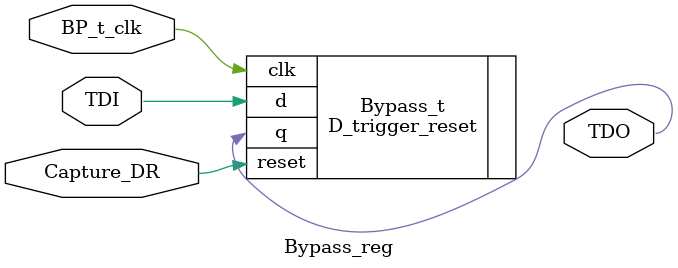
<source format=v>
`timescale 1ns / 1ps
module Bypass_reg(
    input BP_t_clk,
    input TDI,
    output TDO,
    input Capture_DR
    );
		
	//Òðèããåð ðåãèñòðà BP_t
	 D_trigger_reset Bypass_t (
    .d(TDI), 
    .q(TDO), 
    .clk(BP_t_clk), 
    .reset(Capture_DR)
    );

endmodule
</source>
